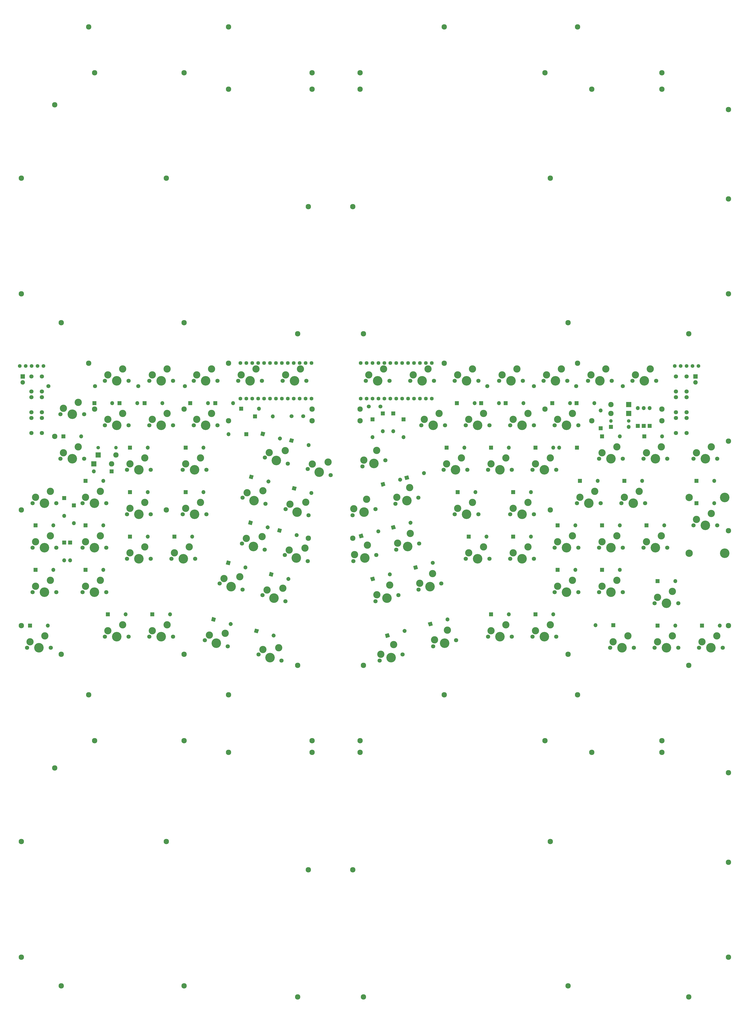
<source format=gbr>
%TF.GenerationSoftware,KiCad,Pcbnew,(5.1.6-0-10_14)*%
%TF.CreationDate,2020-09-04T13:20:55+09:00*%
%TF.ProjectId,Right,52696768-742e-46b6-9963-61645f706362,rev?*%
%TF.SameCoordinates,Original*%
%TF.FileFunction,Soldermask,Top*%
%TF.FilePolarity,Negative*%
%FSLAX46Y46*%
G04 Gerber Fmt 4.6, Leading zero omitted, Abs format (unit mm)*
G04 Created by KiCad (PCBNEW (5.1.6-0-10_14)) date 2020-09-04 13:20:55*
%MOMM*%
%LPD*%
G01*
G04 APERTURE LIST*
%ADD10C,1.624000*%
%ADD11C,1.750000*%
%ADD12C,1.800000*%
%ADD13C,1.900000*%
%ADD14R,1.900000X1.900000*%
%ADD15C,1.600000*%
%ADD16C,2.300000*%
%ADD17O,1.700000X1.700000*%
%ADD18R,1.700000X1.700000*%
%ADD19C,3.100000*%
%ADD20C,4.087800*%
%ADD21C,1.801800*%
%ADD22C,3.148000*%
%ADD23O,1.500000X1.500000*%
%ADD24C,1.500000*%
%ADD25O,2.300000X2.300000*%
%ADD26R,2.300000X2.300000*%
%ADD27C,0.100000*%
%ADD28C,1.700000*%
G04 APERTURE END LIST*
D10*
%TO.C,BPM1*%
X226365000Y-7620000D03*
X226365000Y7620000D03*
X223825000Y-7620400D03*
X221285000Y-7620400D03*
X218745000Y-7620400D03*
X216205000Y-7620400D03*
X213665000Y-7620400D03*
X211125000Y-7620400D03*
X208585000Y-7620400D03*
X206045000Y-7620400D03*
X203505000Y-7620400D03*
X200965000Y-7620400D03*
X198425000Y-7620400D03*
X195885000Y-7620400D03*
X195885000Y7619600D03*
X198425000Y7619600D03*
X200965000Y7619600D03*
X203505000Y7619600D03*
X206045000Y7619600D03*
X208585000Y7619600D03*
X211125000Y7619600D03*
X213665000Y7619600D03*
X216205000Y7619600D03*
X218745000Y7619600D03*
X221285000Y7619600D03*
X223825000Y7619600D03*
%TD*%
%TO.C,BPM2*%
X247385000Y7620000D03*
X247385000Y-7620000D03*
X249925000Y7620400D03*
X252465000Y7620400D03*
X255005000Y7620400D03*
X257545000Y7620400D03*
X260085000Y7620400D03*
X262625000Y7620400D03*
X265165000Y7620400D03*
X267705000Y7620400D03*
X270245000Y7620400D03*
X272785000Y7620400D03*
X275325000Y7620400D03*
X277865000Y7620400D03*
X277865000Y-7619600D03*
X275325000Y-7619600D03*
X272785000Y-7619600D03*
X270245000Y-7619600D03*
X267705000Y-7619600D03*
X265165000Y-7619600D03*
X262625000Y-7619600D03*
X260085000Y-7619600D03*
X257545000Y-7619600D03*
X255005000Y-7619600D03*
X252465000Y-7619600D03*
X249925000Y-7619600D03*
%TD*%
D11*
%TO.C,U1*%
X152100000Y-2290000D03*
X172100000Y-2290000D03*
%TD*%
%TO.C,U2*%
X113570000Y-2290000D03*
X133570000Y-2290000D03*
%TD*%
%TO.C,U4*%
X321660000Y-2290000D03*
X301660000Y-2290000D03*
%TD*%
%TO.C,U3*%
X359760000Y-2290000D03*
X339760000Y-2290000D03*
%TD*%
D12*
%TO.C,SW1005*%
X387085000Y-15875000D03*
X387085000Y-22375000D03*
X382585000Y-15875000D03*
X382585000Y-22375000D03*
%TD*%
%TO.C,SW1004*%
X387085000Y-6985000D03*
X387085000Y-13485000D03*
X382585000Y-6985000D03*
X382585000Y-13485000D03*
%TD*%
%TO.C,SW1003*%
X387085000Y1905000D03*
X387085000Y-4595000D03*
X382585000Y1905000D03*
X382585000Y-4595000D03*
%TD*%
%TO.C,SW1002*%
X110795000Y1905000D03*
X110795000Y-4595000D03*
X106295000Y1905000D03*
X106295000Y-4595000D03*
%TD*%
%TO.C,SW1001*%
X110795000Y-6985000D03*
X110795000Y-13485000D03*
X106295000Y-6985000D03*
X106295000Y-13485000D03*
%TD*%
%TO.C,SW1000*%
X110795000Y-15875000D03*
X110795000Y-22375000D03*
X106295000Y-15875000D03*
X106295000Y-22375000D03*
%TD*%
D13*
%TO.C,LED2*%
X390895000Y-635000D03*
D14*
X390895000Y1905000D03*
%TD*%
D13*
%TO.C,LED1*%
X102540000Y-635000D03*
D14*
X102540000Y1905000D03*
%TD*%
D15*
%TO.C,SWITCH1*%
X382005000Y6350000D03*
X384545000Y6350000D03*
X387085000Y6350000D03*
X389625000Y6350000D03*
X392165000Y6350000D03*
%TD*%
D16*
%TO.C,REF\u002A\u002A*%
X346445000Y-159105000D03*
%TD*%
%TO.C,REF\u002A\u002A*%
X326425000Y-154105000D03*
%TD*%
%TO.C,REF\u002A\u002A*%
X247162500Y-159105000D03*
%TD*%
%TO.C,REF\u002A\u002A*%
X376512500Y-159105000D03*
%TD*%
%TO.C,REF\u002A\u002A*%
X376512500Y-154105000D03*
%TD*%
%TO.C,REF\u002A\u002A*%
X171700000Y-154105000D03*
%TD*%
%TO.C,REF\u002A\u002A*%
X226587500Y-159105000D03*
%TD*%
%TO.C,REF\u002A\u002A*%
X190805000Y-159105000D03*
%TD*%
%TO.C,REF\u002A\u002A*%
X133350000Y-154105000D03*
%TD*%
%TO.C,REF\u002A\u002A*%
X116287500Y118187500D03*
%TD*%
D17*
%TO.C,D61*%
X261355000Y-21590000D03*
D18*
X261355000Y-13970000D03*
%TD*%
D16*
%TO.C,REF\u002A\u002A*%
X226587500Y124895000D03*
%TD*%
%TO.C,REF\u002A\u002A*%
X226587500Y131895000D03*
%TD*%
%TO.C,REF\u002A\u002A*%
X190805000Y151525000D03*
%TD*%
%TO.C,REF\u002A\u002A*%
X130810000Y151525000D03*
%TD*%
%TO.C,REF\u002A\u002A*%
X133350000Y131895000D03*
%TD*%
%TO.C,REF\u002A\u002A*%
X102000000Y86755000D03*
%TD*%
%TO.C,REF\u002A\u002A*%
X102000000Y37225000D03*
%TD*%
%TO.C,REF\u002A\u002A*%
X119050000Y24937500D03*
%TD*%
%TO.C,REF\u002A\u002A*%
X171755000Y24937500D03*
%TD*%
%TO.C,REF\u002A\u002A*%
X220393243Y20175000D03*
%TD*%
%TO.C,REF\u002A\u002A*%
X164135000Y86755000D03*
%TD*%
%TO.C,REF\u002A\u002A*%
X171700000Y131895000D03*
%TD*%
%TO.C,REF\u002A\u002A*%
X190805000Y124895000D03*
%TD*%
%TO.C,REF\u002A\u002A*%
X224948358Y74601757D03*
%TD*%
%TO.C,REF\u002A\u002A*%
X116287500Y-165812500D03*
%TD*%
D19*
%TO.C,SW0*%
X126352500Y-9207500D03*
X120002500Y-11747500D03*
D20*
X123812500Y-14287500D03*
D21*
X128892500Y-14287500D03*
X118732500Y-14287500D03*
%TD*%
D16*
%TO.C,REF\u002A\u002A*%
X116287500Y-23812500D03*
%TD*%
%TO.C,REF\u002A\u002A*%
X226587500Y-154105000D03*
%TD*%
%TO.C,REF\u002A\u002A*%
X190805000Y-134475000D03*
%TD*%
%TO.C,REF\u002A\u002A*%
X130810000Y-134475000D03*
%TD*%
%TO.C,REF\u002A\u002A*%
X102000000Y-197245000D03*
%TD*%
%TO.C,REF\u002A\u002A*%
X102000000Y-246775000D03*
%TD*%
%TO.C,REF\u002A\u002A*%
X119050000Y-259062500D03*
%TD*%
%TO.C,REF\u002A\u002A*%
X171755000Y-259062500D03*
%TD*%
%TO.C,REF\u002A\u002A*%
X220393243Y-263825000D03*
%TD*%
%TO.C,REF\u002A\u002A*%
X164135000Y-197245000D03*
%TD*%
%TO.C,REF\u002A\u002A*%
X224948358Y-209398243D03*
%TD*%
%TO.C,REF\u002A\u002A*%
X224948358Y-67398243D03*
%TD*%
%TO.C,REF\u002A\u002A*%
X190805000Y-17105000D03*
%TD*%
%TO.C,REF\u002A\u002A*%
X171700000Y-12105000D03*
%TD*%
%TO.C,REF\u002A\u002A*%
X164135000Y-55245000D03*
%TD*%
%TO.C,REF\u002A\u002A*%
X220393243Y-121825000D03*
%TD*%
%TO.C,REF\u002A\u002A*%
X171755000Y-117062500D03*
%TD*%
%TO.C,REF\u002A\u002A*%
X119050000Y-117062500D03*
%TD*%
%TO.C,REF\u002A\u002A*%
X102000000Y-104775000D03*
%TD*%
%TO.C,REF\u002A\u002A*%
X102000000Y-55245000D03*
%TD*%
%TO.C,REF\u002A\u002A*%
X133350000Y-12105000D03*
%TD*%
%TO.C,REF\u002A\u002A*%
X130810000Y7525000D03*
%TD*%
%TO.C,REF\u002A\u002A*%
X190805000Y7525000D03*
%TD*%
%TO.C,REF\u002A\u002A*%
X226587500Y-12105000D03*
%TD*%
%TO.C,REF\u002A\u002A*%
X226587500Y-17105000D03*
%TD*%
D20*
%TO.C,REF\u002A\u002A*%
X403436000Y-73850500D03*
X403436000Y-49974500D03*
D22*
X388196000Y-49974500D03*
X388196000Y-73850500D03*
%TD*%
D19*
%TO.C,SW43*%
X173977500Y-71120000D03*
X167627500Y-73660000D03*
D20*
X171437500Y-76200000D03*
D21*
X176517500Y-76200000D03*
X166357500Y-76200000D03*
%TD*%
D23*
%TO.C,R1*%
X142545000Y-28575000D03*
D24*
X134925000Y-28575000D03*
%TD*%
D25*
%TO.C,DD1*%
X142545000Y-31750000D03*
D26*
X134925000Y-31750000D03*
%TD*%
%TO.C,DD2*%
X133020000Y-35560000D03*
D25*
X140640000Y-35560000D03*
%TD*%
D19*
%TO.C,SW14*%
X215043108Y-29901919D03*
X208252079Y-30711870D03*
D20*
X211274856Y-34151422D03*
D21*
X216181759Y-35466223D03*
X206367953Y-32836621D03*
%TD*%
D19*
%TO.C,SW13*%
X183502500Y-13970000D03*
X177152500Y-16510000D03*
D20*
X180962500Y-19050000D03*
D21*
X186042500Y-19050000D03*
X175882500Y-19050000D03*
%TD*%
D19*
%TO.C,SW42*%
X154927500Y-71120000D03*
X148577500Y-73660000D03*
D20*
X152387500Y-76200000D03*
D21*
X157467500Y-76200000D03*
X147307500Y-76200000D03*
%TD*%
D19*
%TO.C,SW41*%
X135877500Y-85407500D03*
X129527500Y-87947500D03*
D20*
X133337500Y-90487500D03*
D21*
X138417500Y-90487500D03*
X128257500Y-90487500D03*
%TD*%
D19*
%TO.C,SW40*%
X114446000Y-85407500D03*
X108096000Y-87947500D03*
D20*
X111906000Y-90487500D03*
D21*
X116986000Y-90487500D03*
X106826000Y-90487500D03*
%TD*%
%TO.C,D45*%
G36*
G01*
X215608404Y-84617621D02*
X215608404Y-84617621D01*
G75*
G02*
X216649437Y-84016580I821037J-219996D01*
G01*
X216649437Y-84016580D01*
G75*
G02*
X217250478Y-85057613I-219996J-821037D01*
G01*
X217250478Y-85057613D01*
G75*
G02*
X216209445Y-85658654I-821037J219996D01*
G01*
X216209445Y-85658654D01*
G75*
G02*
X215608404Y-84617621I219996J821037D01*
G01*
G37*
D27*
G36*
X208028053Y-83466457D02*
G01*
X208468045Y-81824383D01*
X210110119Y-82264375D01*
X209670127Y-83906449D01*
X208028053Y-83466457D01*
G37*
%TD*%
%TO.C,D44*%
G36*
G01*
X197207517Y-79687118D02*
X197207517Y-79687118D01*
G75*
G02*
X198248550Y-79086077I821037J-219996D01*
G01*
X198248550Y-79086077D01*
G75*
G02*
X198849591Y-80127110I-219996J-821037D01*
G01*
X198849591Y-80127110D01*
G75*
G02*
X197808558Y-80728151I-821037J219996D01*
G01*
X197808558Y-80728151D01*
G75*
G02*
X197207517Y-79687118I219996J821037D01*
G01*
G37*
G36*
X189627166Y-78535954D02*
G01*
X190067158Y-76893880D01*
X191709232Y-77333872D01*
X191269240Y-78975946D01*
X189627166Y-78535954D01*
G37*
%TD*%
D17*
%TO.C,D43*%
X175247500Y-66675000D03*
D18*
X167627500Y-66675000D03*
%TD*%
D17*
%TO.C,D41*%
X137147500Y-80962500D03*
D18*
X129527500Y-80962500D03*
%TD*%
D17*
%TO.C,D40*%
X115716000Y-80962500D03*
D18*
X108096000Y-80962500D03*
%TD*%
%TO.C,D22*%
X148577500Y-28575000D03*
D17*
X156197500Y-28575000D03*
%TD*%
D19*
%TO.C,SW22*%
X154927500Y-33020000D03*
X148577500Y-35560000D03*
D20*
X152387500Y-38100000D03*
D21*
X157467500Y-38100000D03*
X147307500Y-38100000D03*
%TD*%
D19*
%TO.C,SW51*%
X145402500Y-104457500D03*
X139052500Y-106997500D03*
D20*
X142862500Y-109537500D03*
D21*
X147942500Y-109537500D03*
X137782500Y-109537500D03*
%TD*%
D18*
%TO.C,D30*%
X108096000Y-61912500D03*
D17*
X115716000Y-61912500D03*
%TD*%
D19*
%TO.C,SW11*%
X145402500Y-13970000D03*
X139052500Y-16510000D03*
D20*
X142862500Y-19050000D03*
D21*
X147942500Y-19050000D03*
X137782500Y-19050000D03*
%TD*%
D19*
%TO.C,SW50*%
X112065000Y-109220000D03*
X105715000Y-111760000D03*
D20*
X109525000Y-114300000D03*
D21*
X114605000Y-114300000D03*
X104445000Y-114300000D03*
%TD*%
D19*
%TO.C,SW23*%
X178740000Y-33020000D03*
X172390000Y-35560000D03*
D20*
X176200000Y-38100000D03*
D21*
X181280000Y-38100000D03*
X171120000Y-38100000D03*
%TD*%
D18*
%TO.C,D51*%
X139052500Y-100012500D03*
D17*
X146672500Y-100012500D03*
%TD*%
D19*
%TO.C,SW32*%
X154927500Y-52070000D03*
X148577500Y-54610000D03*
D20*
X152387500Y-57150000D03*
D21*
X157467500Y-57150000D03*
X147307500Y-57150000D03*
%TD*%
D27*
%TO.C,D35*%
G36*
X211578967Y-64701041D02*
G01*
X212018959Y-63058967D01*
X213661033Y-63498959D01*
X213221041Y-65141033D01*
X211578967Y-64701041D01*
G37*
G36*
G01*
X219159318Y-65852205D02*
X219159318Y-65852205D01*
G75*
G02*
X220200351Y-65251164I821037J-219996D01*
G01*
X220200351Y-65251164D01*
G75*
G02*
X220801392Y-66292197I-219996J-821037D01*
G01*
X220801392Y-66292197D01*
G75*
G02*
X219760359Y-66893238I-821037J219996D01*
G01*
X219760359Y-66893238D01*
G75*
G02*
X219159318Y-65852205I219996J821037D01*
G01*
G37*
%TD*%
D19*
%TO.C,SW21*%
X135877500Y-47307500D03*
X129527500Y-49847500D03*
D20*
X133337500Y-52387500D03*
D21*
X138417500Y-52387500D03*
X128257500Y-52387500D03*
%TD*%
D19*
%TO.C,SW33*%
X178740000Y-52070000D03*
X172390000Y-54610000D03*
D20*
X176200000Y-57150000D03*
D21*
X181280000Y-57150000D03*
X171120000Y-57150000D03*
%TD*%
D19*
%TO.C,SW31*%
X135877500Y-66357500D03*
X129527500Y-68897500D03*
D20*
X133337500Y-71437500D03*
D21*
X138417500Y-71437500D03*
X128257500Y-71437500D03*
%TD*%
D19*
%TO.C,SW10*%
X126352500Y-28257500D03*
X120002500Y-30797500D03*
D20*
X123812500Y-33337500D03*
D21*
X128892500Y-33337500D03*
X118732500Y-33337500D03*
%TD*%
D18*
%TO.C,D20*%
X120320000Y-50165000D03*
D17*
X120320000Y-57785000D03*
%TD*%
%TO.C,D52*%
X165722500Y-100012500D03*
D18*
X158102500Y-100012500D03*
%TD*%
%TO.C,D32*%
X148577500Y-47625000D03*
D17*
X156197500Y-47625000D03*
%TD*%
%TO.C,D4*%
X203822500Y-11906250D03*
D18*
X196202500Y-11906250D03*
%TD*%
D27*
%TO.C,D53*%
G36*
X183301759Y-102769689D02*
G01*
X183741751Y-101127615D01*
X185383825Y-101567607D01*
X184943833Y-103209681D01*
X183301759Y-102769689D01*
G37*
G36*
G01*
X190882110Y-103920853D02*
X190882110Y-103920853D01*
G75*
G02*
X191923143Y-103319812I821037J-219996D01*
G01*
X191923143Y-103319812D01*
G75*
G02*
X192524184Y-104360845I-219996J-821037D01*
G01*
X192524184Y-104360845D01*
G75*
G02*
X191483151Y-104961886I-821037J219996D01*
G01*
X191483151Y-104961886D01*
G75*
G02*
X190882110Y-103920853I219996J821037D01*
G01*
G37*
%TD*%
D18*
%TO.C,D33*%
X172390000Y-47625000D03*
D17*
X180010000Y-47625000D03*
%TD*%
D18*
%TO.C,D23*%
X172390000Y-28575000D03*
D17*
X180010000Y-28575000D03*
%TD*%
%TO.C,D13*%
X190805000Y-22860000D03*
D18*
X198425000Y-22860000D03*
%TD*%
D17*
%TO.C,D3*%
X192710000Y-9525000D03*
D18*
X185090000Y-9525000D03*
%TD*%
D27*
%TO.C,D54*%
G36*
X201702163Y-107700062D02*
G01*
X202142155Y-106057988D01*
X203784229Y-106497980D01*
X203344237Y-108140054D01*
X201702163Y-107700062D01*
G37*
G36*
G01*
X209282514Y-108851226D02*
X209282514Y-108851226D01*
G75*
G02*
X210323547Y-108250185I821037J-219996D01*
G01*
X210323547Y-108250185D01*
G75*
G02*
X210924588Y-109291218I-219996J-821037D01*
G01*
X210924588Y-109291218D01*
G75*
G02*
X209883555Y-109892259I-821037J219996D01*
G01*
X209883555Y-109892259D01*
G75*
G02*
X209282514Y-108851226I219996J821037D01*
G01*
G37*
%TD*%
%TO.C,D14*%
G36*
G01*
X211999026Y-24484457D02*
X211999026Y-24484457D01*
G75*
G02*
X213040059Y-23883416I821037J-219996D01*
G01*
X213040059Y-23883416D01*
G75*
G02*
X213641100Y-24924449I-219996J-821037D01*
G01*
X213641100Y-24924449D01*
G75*
G02*
X212600067Y-25525490I-821037J219996D01*
G01*
X212600067Y-25525490D01*
G75*
G02*
X211999026Y-24484457I219996J821037D01*
G01*
G37*
G36*
X204418675Y-23333293D02*
G01*
X204858667Y-21691219D01*
X206500741Y-22131211D01*
X206060749Y-23773285D01*
X204418675Y-23333293D01*
G37*
%TD*%
D19*
%TO.C,SW30*%
X114446000Y-66357500D03*
X108096000Y-68897500D03*
D20*
X111906000Y-71437500D03*
D21*
X116986000Y-71437500D03*
X106826000Y-71437500D03*
%TD*%
D19*
%TO.C,SW20*%
X114446000Y-47307500D03*
X108096000Y-49847500D03*
D20*
X111906000Y-52387500D03*
D21*
X116986000Y-52387500D03*
X106826000Y-52387500D03*
%TD*%
D17*
%TO.C,D12*%
X181994375Y-9525000D03*
D18*
X174374375Y-9525000D03*
%TD*%
D19*
%TO.C,SW3*%
X183502500Y5080000D03*
X177152500Y2540000D03*
D20*
X180962500Y0D03*
D21*
X186042500Y0D03*
X175882500Y0D03*
%TD*%
D19*
%TO.C,SW52*%
X164452500Y-104457500D03*
X158102500Y-106997500D03*
D20*
X161912500Y-109537500D03*
D21*
X166992500Y-109537500D03*
X156832500Y-109537500D03*
%TD*%
D17*
%TO.C,D2*%
X162388750Y-9525000D03*
D18*
X154768750Y-9525000D03*
%TD*%
D27*
%TO.C,D25*%
G36*
X217889059Y-46664683D02*
G01*
X218329051Y-45022609D01*
X219971125Y-45462601D01*
X219531133Y-47104675D01*
X217889059Y-46664683D01*
G37*
G36*
G01*
X225469410Y-47815847D02*
X225469410Y-47815847D01*
G75*
G02*
X226510443Y-47214806I821037J-219996D01*
G01*
X226510443Y-47214806D01*
G75*
G02*
X227111484Y-48255839I-219996J-821037D01*
G01*
X227111484Y-48255839D01*
G75*
G02*
X226070451Y-48856880I-821037J219996D01*
G01*
X226070451Y-48856880D01*
G75*
G02*
X225469410Y-47815847I219996J821037D01*
G01*
G37*
%TD*%
%TO.C,D15*%
G36*
X216718967Y-26161041D02*
G01*
X217158959Y-24518967D01*
X218801033Y-24958959D01*
X218361041Y-26601033D01*
X216718967Y-26161041D01*
G37*
G36*
G01*
X224299318Y-27312205D02*
X224299318Y-27312205D01*
G75*
G02*
X225340351Y-26711164I821037J-219996D01*
G01*
X225340351Y-26711164D01*
G75*
G02*
X225941392Y-27752197I-219996J-821037D01*
G01*
X225941392Y-27752197D01*
G75*
G02*
X224900359Y-28353238I-821037J219996D01*
G01*
X224900359Y-28353238D01*
G75*
G02*
X224299318Y-27312205I219996J821037D01*
G01*
G37*
%TD*%
D17*
%TO.C,D5*%
X209728000Y-15240000D03*
D18*
X202108000Y-15240000D03*
%TD*%
D27*
%TO.C,D34*%
G36*
X199157891Y-61367693D02*
G01*
X199597883Y-59725619D01*
X201239957Y-60165611D01*
X200799965Y-61807685D01*
X199157891Y-61367693D01*
G37*
G36*
G01*
X206738242Y-62518857D02*
X206738242Y-62518857D01*
G75*
G02*
X207779275Y-61917816I821037J-219996D01*
G01*
X207779275Y-61917816D01*
G75*
G02*
X208380316Y-62958849I-219996J-821037D01*
G01*
X208380316Y-62958849D01*
G75*
G02*
X207339283Y-63559890I-821037J219996D01*
G01*
X207339283Y-63559890D01*
G75*
G02*
X206738242Y-62518857I219996J821037D01*
G01*
G37*
%TD*%
%TO.C,D24*%
G36*
X199488172Y-41734180D02*
G01*
X199928164Y-40092106D01*
X201570238Y-40532098D01*
X201130246Y-42174172D01*
X199488172Y-41734180D01*
G37*
G36*
G01*
X207068523Y-42885344D02*
X207068523Y-42885344D01*
G75*
G02*
X208109556Y-42284303I821037J-219996D01*
G01*
X208109556Y-42284303D01*
G75*
G02*
X208710597Y-43325336I-219996J-821037D01*
G01*
X208710597Y-43325336D01*
G75*
G02*
X207669564Y-43926377I-821037J219996D01*
G01*
X207669564Y-43926377D01*
G75*
G02*
X207068523Y-42885344I219996J821037D01*
G01*
G37*
%TD*%
D17*
%TO.C,D0*%
X133020000Y-38735000D03*
D18*
X140640000Y-38735000D03*
%TD*%
D28*
%TO.C,C1*%
X217758200Y-15189200D03*
X222758200Y-15189200D03*
%TD*%
D18*
%TO.C,D10*%
X120002500Y-23812500D03*
D17*
X127622500Y-23812500D03*
%TD*%
%TO.C,D11*%
X151673125Y-9525000D03*
D18*
X144053125Y-9525000D03*
%TD*%
D17*
%TO.C,D1*%
X140957500Y-9525000D03*
D18*
X133337500Y-9525000D03*
%TD*%
%TO.C,D50*%
X105714700Y-104775000D03*
D17*
X113334700Y-104775000D03*
%TD*%
D18*
%TO.C,D31*%
X129527500Y-61912500D03*
D17*
X137147500Y-61912500D03*
%TD*%
D18*
%TO.C,D21*%
X129527500Y-42862500D03*
D17*
X137147500Y-42862500D03*
%TD*%
D19*
%TO.C,SW44*%
X195651377Y-83871954D03*
X188860348Y-84681905D03*
D20*
X191883125Y-88121457D03*
D21*
X196790028Y-89436258D03*
X186976222Y-86806656D03*
%TD*%
D19*
%TO.C,SW45*%
X214052264Y-88802457D03*
X207261235Y-89612408D03*
D20*
X210284012Y-93051960D03*
D21*
X215190915Y-94366761D03*
X205377109Y-91737159D03*
%TD*%
D17*
%TO.C,D42*%
X156197500Y-66675000D03*
D18*
X148577500Y-66675000D03*
%TD*%
D19*
%TO.C,SW24*%
X205512383Y-47070180D03*
X198721354Y-47880131D03*
D20*
X201744131Y-51319683D03*
D21*
X206651034Y-52634484D03*
X196837228Y-50004882D03*
%TD*%
D18*
%TO.C,D1000*%
X124460000Y-53340000D03*
D17*
X124460000Y-60960000D03*
%TD*%
D19*
%TO.C,SW35*%
X223582989Y-71634196D03*
X216791960Y-72444147D03*
D20*
X219814737Y-75883699D03*
D21*
X224721640Y-77198500D03*
X214907834Y-74568898D03*
%TD*%
D19*
%TO.C,SW2*%
X164452500Y5080000D03*
X158102500Y2540000D03*
D20*
X161912500Y0D03*
D21*
X166992500Y0D03*
X156832500Y0D03*
%TD*%
D19*
%TO.C,SW25*%
X223913270Y-52000683D03*
X217122241Y-52810634D03*
D20*
X220145018Y-56250186D03*
D21*
X225051921Y-57564987D03*
X215238115Y-54935385D03*
%TD*%
D19*
%TO.C,SW4*%
X202552500Y5080000D03*
X196202500Y2540000D03*
D20*
X200012500Y0D03*
D21*
X205092500Y0D03*
X194932500Y0D03*
%TD*%
D19*
%TO.C,SW34*%
X205182102Y-66703693D03*
X198391073Y-67513644D03*
D20*
X201413850Y-70953196D03*
D21*
X206320753Y-72267997D03*
X196506947Y-69638395D03*
%TD*%
D19*
%TO.C,SW15*%
X233443995Y-34832422D03*
X226652966Y-35642373D03*
D20*
X229675743Y-39081925D03*
D21*
X234582646Y-40396726D03*
X224768840Y-37767124D03*
%TD*%
D19*
%TO.C,SW54*%
X212326596Y-114268688D03*
X205535567Y-115078639D03*
D20*
X208558344Y-118518191D03*
D21*
X213465247Y-119832992D03*
X203651441Y-117203390D03*
%TD*%
D19*
%TO.C,SW12*%
X164452500Y-13970000D03*
X158102500Y-16510000D03*
D20*
X161912500Y-19050000D03*
D21*
X166992500Y-19050000D03*
X156832500Y-19050000D03*
%TD*%
D18*
%TO.C,D1002*%
X122860000Y-69215000D03*
D17*
X122860000Y-76835000D03*
%TD*%
D18*
%TO.C,D1001*%
X120320000Y-69215000D03*
D17*
X120320000Y-76835000D03*
%TD*%
D19*
%TO.C,SW53*%
X189325970Y-108105689D03*
X182534941Y-108915640D03*
D20*
X185557718Y-112355192D03*
D21*
X190464621Y-113669993D03*
X180650815Y-111040391D03*
%TD*%
D19*
%TO.C,SW5*%
X221602500Y5080000D03*
X215252500Y2540000D03*
D20*
X219062500Y0D03*
D21*
X224142500Y0D03*
X213982500Y0D03*
%TD*%
D15*
%TO.C,SWITCH0*%
X101270000Y6350000D03*
X103810000Y6350000D03*
X106350000Y6350000D03*
X108890000Y6350000D03*
X111430000Y6350000D03*
%TD*%
D19*
%TO.C,SW1*%
X145402500Y5080000D03*
X139052500Y2540000D03*
D20*
X142862500Y0D03*
D21*
X147942500Y0D03*
X137782500Y0D03*
%TD*%
D17*
%TO.C,D73*%
X337131660Y-9525000D03*
D18*
X329511660Y-9525000D03*
%TD*%
D17*
%TO.C,D64*%
X347573880Y-9525000D03*
D18*
X339953880Y-9525000D03*
%TD*%
D16*
%TO.C,REF\u002A\u002A*%
X247162500Y124895000D03*
%TD*%
%TO.C,REF\u002A\u002A*%
X328665000Y86755000D03*
%TD*%
%TO.C,REF\u002A\u002A*%
X346445000Y124895000D03*
%TD*%
%TO.C,REF\u002A\u002A*%
X336285000Y24937500D03*
%TD*%
%TO.C,REF\u002A\u002A*%
X376512500Y131895000D03*
%TD*%
%TO.C,REF\u002A\u002A*%
X376512500Y124895000D03*
%TD*%
%TO.C,REF\u002A\u002A*%
X283262500Y151525000D03*
%TD*%
%TO.C,REF\u002A\u002A*%
X326425000Y131895000D03*
%TD*%
%TO.C,REF\u002A\u002A*%
X248594257Y20175000D03*
%TD*%
%TO.C,REF\u002A\u002A*%
X247162500Y131895000D03*
%TD*%
%TO.C,REF\u002A\u002A*%
X388037500Y20175000D03*
%TD*%
%TO.C,REF\u002A\u002A*%
X405087500Y77865000D03*
%TD*%
%TO.C,REF\u002A\u002A*%
X244039142Y74601757D03*
%TD*%
%TO.C,REF\u002A\u002A*%
X405087500Y37225000D03*
%TD*%
%TO.C,REF\u002A\u002A*%
X405087500Y116187500D03*
%TD*%
%TO.C,REF\u002A\u002A*%
X340412500Y151525000D03*
%TD*%
%TO.C,REF\u002A\u002A*%
X328665000Y-197245000D03*
%TD*%
%TO.C,REF\u002A\u002A*%
X336285000Y-259062500D03*
%TD*%
%TO.C,REF\u002A\u002A*%
X283262500Y-134475000D03*
%TD*%
%TO.C,REF\u002A\u002A*%
X248594257Y-263825000D03*
%TD*%
%TO.C,REF\u002A\u002A*%
X247162500Y-154105000D03*
%TD*%
%TO.C,REF\u002A\u002A*%
X388037500Y-263825000D03*
%TD*%
%TO.C,REF\u002A\u002A*%
X405087500Y-206135000D03*
%TD*%
%TO.C,REF\u002A\u002A*%
X244039142Y-209398243D03*
%TD*%
%TO.C,REF\u002A\u002A*%
X405087500Y-246775000D03*
%TD*%
%TO.C,REF\u002A\u002A*%
X405087500Y-167812500D03*
%TD*%
%TO.C,REF\u002A\u002A*%
X340412500Y-134475000D03*
%TD*%
%TO.C,REF\u002A\u002A*%
X247162500Y-17105000D03*
%TD*%
%TO.C,REF\u002A\u002A*%
X247162500Y-12105000D03*
%TD*%
%TO.C,REF\u002A\u002A*%
X283262500Y7525000D03*
%TD*%
%TO.C,REF\u002A\u002A*%
X340412500Y7525000D03*
%TD*%
%TO.C,REF\u002A\u002A*%
X376512500Y-17105000D03*
%TD*%
%TO.C,REF\u002A\u002A*%
X376512500Y-12105000D03*
%TD*%
%TO.C,REF\u002A\u002A*%
X326425000Y-12105000D03*
%TD*%
%TO.C,REF\u002A\u002A*%
X346445000Y-17105000D03*
%TD*%
%TO.C,REF\u002A\u002A*%
X244039142Y-67398243D03*
%TD*%
%TO.C,REF\u002A\u002A*%
X405087500Y-25812500D03*
%TD*%
%TO.C,REF\u002A\u002A*%
X405087500Y-64135000D03*
%TD*%
%TO.C,REF\u002A\u002A*%
X328665000Y-55245000D03*
%TD*%
%TO.C,REF\u002A\u002A*%
X405087500Y-104775000D03*
%TD*%
%TO.C,REF\u002A\u002A*%
X388037500Y-121825000D03*
%TD*%
%TO.C,REF\u002A\u002A*%
X336285000Y-117062500D03*
%TD*%
%TO.C,REF\u002A\u002A*%
X248594257Y-121825000D03*
%TD*%
D19*
%TO.C,SW70*%
X254251074Y-29819744D03*
X248774845Y-33916697D03*
D20*
X253112423Y-35384048D03*
D21*
X258019326Y-34069247D03*
X248205520Y-36698849D03*
%TD*%
D19*
%TO.C,SW77*%
X397721000Y-28257500D03*
X391371000Y-30797500D03*
D20*
X395181000Y-33337500D03*
D21*
X400261000Y-33337500D03*
X390101000Y-33337500D03*
%TD*%
D17*
%TO.C,D77*%
X398991000Y-42862500D03*
D18*
X391371000Y-42862500D03*
%TD*%
D17*
%TO.C,D66*%
X362320000Y-19685000D03*
D18*
X354700000Y-19685000D03*
%TD*%
D25*
%TO.C,DD4*%
X354700000Y-13970000D03*
D26*
X362320000Y-13970000D03*
%TD*%
D25*
%TO.C,DD3*%
X354700000Y-10160000D03*
D26*
X362320000Y-10160000D03*
%TD*%
D19*
%TO.C,SW66*%
X371527500Y5080000D03*
X365177500Y2540000D03*
D20*
X368987500Y0D03*
D21*
X374067500Y0D03*
X363907500Y0D03*
%TD*%
D19*
%TO.C,SW114*%
X362002500Y-109220000D03*
X355652500Y-111760000D03*
D20*
X359462500Y-114300000D03*
D21*
X364542500Y-114300000D03*
X354382500Y-114300000D03*
%TD*%
D23*
%TO.C,R2*%
X354700000Y-17145000D03*
D24*
X362320000Y-17145000D03*
%TD*%
D17*
%TO.C,D1005*%
X371267000Y-11710000D03*
D18*
X371267000Y-19330000D03*
%TD*%
D17*
%TO.C,D1004*%
X368727000Y-11710000D03*
D18*
X368727000Y-19330000D03*
%TD*%
D17*
%TO.C,D1003*%
X366187000Y-11710000D03*
D18*
X366187000Y-19330000D03*
%TD*%
%TO.C,D81*%
G36*
G01*
X273729318Y-39737795D02*
X273729318Y-39737795D01*
G75*
G02*
X274330359Y-38696762I821037J219996D01*
G01*
X274330359Y-38696762D01*
G75*
G02*
X275371392Y-39297803I219996J-821037D01*
G01*
X275371392Y-39297803D01*
G75*
G02*
X274770351Y-40338836I-821037J-219996D01*
G01*
X274770351Y-40338836D01*
G75*
G02*
X273729318Y-39737795I-219996J821037D01*
G01*
G37*
D27*
G36*
X266588959Y-42531033D02*
G01*
X266148967Y-40888959D01*
X267791041Y-40448967D01*
X268231033Y-42091041D01*
X266588959Y-42531033D01*
G37*
%TD*%
%TO.C,D80*%
G36*
G01*
X263516816Y-42548387D02*
X263516816Y-42548387D01*
G75*
G02*
X264117857Y-41507354I821037J219996D01*
G01*
X264117857Y-41507354D01*
G75*
G02*
X265158890Y-42108395I219996J-821037D01*
G01*
X265158890Y-42108395D01*
G75*
G02*
X264557849Y-43149428I-821037J-219996D01*
G01*
X264557849Y-43149428D01*
G75*
G02*
X263516816Y-42548387I-219996J821037D01*
G01*
G37*
G36*
X256376457Y-45341625D02*
G01*
X255936465Y-43699551D01*
X257578539Y-43259559D01*
X258018531Y-44901633D01*
X256376457Y-45341625D01*
G37*
%TD*%
D18*
%TO.C,D71*%
X256910000Y-13970000D03*
D17*
X256910000Y-21590000D03*
%TD*%
D19*
%TO.C,SW111*%
X284568433Y-106790888D03*
X279092204Y-110887841D03*
D20*
X283429782Y-112355192D03*
D21*
X288336685Y-111040391D03*
X278522879Y-113669993D03*
%TD*%
D19*
%TO.C,SW113*%
X328665000Y-104457500D03*
X322315000Y-106997500D03*
D20*
X326125000Y-109537500D03*
D21*
X331205000Y-109537500D03*
X321045000Y-109537500D03*
%TD*%
D17*
%TO.C,D74*%
X332475000Y-28575000D03*
D18*
X340095000Y-28575000D03*
%TD*%
D17*
%TO.C,D72*%
X306722220Y-9525000D03*
D18*
X299102220Y-9525000D03*
%TD*%
D17*
%TO.C,D63*%
X317164440Y-9525000D03*
D18*
X309544440Y-9525000D03*
%TD*%
D17*
%TO.C,D62*%
X296280000Y-9525000D03*
D18*
X288660000Y-9525000D03*
%TD*%
D17*
%TO.C,D60*%
X265800000Y-24130000D03*
D18*
X265800000Y-16510000D03*
%TD*%
D19*
%TO.C,SW91*%
X268712301Y-65388892D03*
X263236072Y-69485845D03*
D20*
X267573650Y-70953196D03*
D21*
X272480553Y-69638395D03*
X262666747Y-72267997D03*
%TD*%
D19*
%TO.C,SW116*%
X400102500Y-109220000D03*
X393752500Y-111760000D03*
D20*
X397562500Y-114300000D03*
D21*
X402642500Y-114300000D03*
X392482500Y-114300000D03*
%TD*%
D19*
%TO.C,SW115*%
X381052500Y-109220000D03*
X374702500Y-111760000D03*
D20*
X378512500Y-114300000D03*
D21*
X383592500Y-114300000D03*
X373432500Y-114300000D03*
%TD*%
D19*
%TO.C,SW112*%
X309615000Y-104457500D03*
X303265000Y-106997500D03*
D20*
X307075000Y-109537500D03*
D21*
X312155000Y-109537500D03*
X301995000Y-109537500D03*
%TD*%
D19*
%TO.C,SW110*%
X261567807Y-112953887D03*
X256091578Y-117050840D03*
D20*
X260429156Y-118518191D03*
D21*
X265336059Y-117203390D03*
X255522253Y-119832992D03*
%TD*%
D19*
%TO.C,SW106*%
X381052500Y-90170000D03*
X374702500Y-92710000D03*
D20*
X378512500Y-95250000D03*
D21*
X383592500Y-95250000D03*
X373432500Y-95250000D03*
%TD*%
D19*
%TO.C,SW105*%
X357240000Y-85407500D03*
X350890000Y-87947500D03*
D20*
X354700000Y-90487500D03*
D21*
X359780000Y-90487500D03*
X349620000Y-90487500D03*
%TD*%
D19*
%TO.C,SW104*%
X338190000Y-85407500D03*
X331840000Y-87947500D03*
D20*
X335650000Y-90487500D03*
D21*
X340730000Y-90487500D03*
X330570000Y-90487500D03*
%TD*%
D19*
%TO.C,SW103*%
X319140000Y-71120000D03*
X312790000Y-73660000D03*
D20*
X316600000Y-76200000D03*
D21*
X321680000Y-76200000D03*
X311520000Y-76200000D03*
%TD*%
D19*
%TO.C,SW102*%
X300090000Y-71120000D03*
X293740000Y-73660000D03*
D20*
X297550000Y-76200000D03*
D21*
X302630000Y-76200000D03*
X292470000Y-76200000D03*
%TD*%
D19*
%TO.C,SW101*%
X278243026Y-82557153D03*
X272766797Y-86654106D03*
D20*
X277104375Y-88121457D03*
D21*
X282011278Y-86806656D03*
X272197472Y-89436258D03*
%TD*%
D19*
%TO.C,SW100*%
X259842139Y-87487656D03*
X254365910Y-91584609D03*
D20*
X258703488Y-93051960D03*
D21*
X263610391Y-91737159D03*
X253796585Y-94366761D03*
%TD*%
D19*
%TO.C,SW96*%
X376290000Y-66357500D03*
X369940000Y-68897500D03*
D20*
X373750000Y-71437500D03*
D21*
X378830000Y-71437500D03*
X368670000Y-71437500D03*
%TD*%
D19*
%TO.C,SW95*%
X357240000Y-66357500D03*
X350890000Y-68897500D03*
D20*
X354700000Y-71437500D03*
D21*
X359780000Y-71437500D03*
X349620000Y-71437500D03*
%TD*%
D19*
%TO.C,SW94*%
X338190000Y-66357500D03*
X331840000Y-68897500D03*
D20*
X335650000Y-71437500D03*
D21*
X340730000Y-71437500D03*
X330570000Y-71437500D03*
%TD*%
D19*
%TO.C,SW93*%
X319140000Y-52070000D03*
X312790000Y-54610000D03*
D20*
X316600000Y-57150000D03*
D21*
X321680000Y-57150000D03*
X311520000Y-57150000D03*
%TD*%
D19*
%TO.C,SW92*%
X295327500Y-52070000D03*
X288977500Y-54610000D03*
D20*
X292787500Y-57150000D03*
D21*
X297867500Y-57150000D03*
X287707500Y-57150000D03*
%TD*%
D19*
%TO.C,SW90*%
X250311414Y-70319395D03*
X244835185Y-74416348D03*
D20*
X249172763Y-75883699D03*
D21*
X254079666Y-74568898D03*
X244265860Y-77198500D03*
%TD*%
D19*
%TO.C,SW87*%
X397721000Y-56832500D03*
X391371000Y-59372500D03*
D20*
X395181000Y-61912500D03*
D21*
X400261000Y-61912500D03*
X390101000Y-61912500D03*
%TD*%
D19*
%TO.C,SW86*%
X366765000Y-47307500D03*
X360415000Y-49847500D03*
D20*
X364225000Y-52387500D03*
D21*
X369305000Y-52387500D03*
X359145000Y-52387500D03*
%TD*%
D19*
%TO.C,SW85*%
X347715000Y-47307500D03*
X341365000Y-49847500D03*
D20*
X345175000Y-52387500D03*
D21*
X350255000Y-52387500D03*
X340095000Y-52387500D03*
%TD*%
D19*
%TO.C,SW84*%
X328665000Y-33020000D03*
X322315000Y-35560000D03*
D20*
X326125000Y-38100000D03*
D21*
X331205000Y-38100000D03*
X321045000Y-38100000D03*
%TD*%
D19*
%TO.C,SW83*%
X309615000Y-33020000D03*
X303265000Y-35560000D03*
D20*
X307075000Y-38100000D03*
D21*
X312155000Y-38100000D03*
X301995000Y-38100000D03*
%TD*%
D19*
%TO.C,SW82*%
X290565000Y-33020000D03*
X284215000Y-35560000D03*
D20*
X288025000Y-38100000D03*
D21*
X293105000Y-38100000D03*
X282945000Y-38100000D03*
%TD*%
D19*
%TO.C,SW81*%
X268382020Y-45755379D03*
X262905791Y-49852332D03*
D20*
X267243369Y-51319683D03*
D21*
X272150272Y-50004882D03*
X262336466Y-52634484D03*
%TD*%
D19*
%TO.C,SW80*%
X249981133Y-50685882D03*
X244504904Y-54782835D03*
D20*
X248842482Y-56250186D03*
D21*
X253749385Y-54935385D03*
X243935579Y-57564987D03*
%TD*%
D19*
%TO.C,SW76*%
X376290000Y-28257500D03*
X369940000Y-30797500D03*
D20*
X373750000Y-33337500D03*
D21*
X378830000Y-33337500D03*
X368670000Y-33337500D03*
%TD*%
D19*
%TO.C,SW75*%
X357240000Y-28257500D03*
X350890000Y-30797500D03*
D20*
X354700000Y-33337500D03*
D21*
X359780000Y-33337500D03*
X349620000Y-33337500D03*
%TD*%
D19*
%TO.C,SW74*%
X338190000Y-13970000D03*
X331840000Y-16510000D03*
D20*
X335650000Y-19050000D03*
D21*
X340730000Y-19050000D03*
X330570000Y-19050000D03*
%TD*%
D19*
%TO.C,SW73*%
X319140000Y-13970000D03*
X312790000Y-16510000D03*
D20*
X316600000Y-19050000D03*
D21*
X321680000Y-19050000D03*
X311520000Y-19050000D03*
%TD*%
D19*
%TO.C,SW72*%
X300090000Y-13970000D03*
X293740000Y-16510000D03*
D20*
X297550000Y-19050000D03*
D21*
X302630000Y-19050000D03*
X292470000Y-19050000D03*
%TD*%
D19*
%TO.C,SW71*%
X281040000Y-13970000D03*
X274690000Y-16510000D03*
D20*
X278500000Y-19050000D03*
D21*
X283580000Y-19050000D03*
X273420000Y-19050000D03*
%TD*%
D19*
%TO.C,SW65*%
X352477500Y5080000D03*
X346127500Y2540000D03*
D20*
X349937500Y0D03*
D21*
X355017500Y0D03*
X344857500Y0D03*
%TD*%
D19*
%TO.C,SW64*%
X333427500Y5080000D03*
X327077500Y2540000D03*
D20*
X330887500Y0D03*
D21*
X335967500Y0D03*
X325807500Y0D03*
%TD*%
D19*
%TO.C,SW63*%
X314377500Y5080000D03*
X308027500Y2540000D03*
D20*
X311837500Y0D03*
D21*
X316917500Y0D03*
X306757500Y0D03*
%TD*%
D19*
%TO.C,SW62*%
X295327500Y5080000D03*
X288977500Y2540000D03*
D20*
X292787500Y0D03*
D21*
X297867500Y0D03*
X287707500Y0D03*
%TD*%
D19*
%TO.C,SW61*%
X276277500Y5080000D03*
X269927500Y2540000D03*
D20*
X273737500Y0D03*
D21*
X278817500Y0D03*
X268657500Y0D03*
%TD*%
D19*
%TO.C,SW60*%
X257227500Y5080000D03*
X250877500Y2540000D03*
D20*
X254687500Y0D03*
D21*
X259767500Y0D03*
X249607500Y0D03*
%TD*%
D17*
%TO.C,D116*%
X401372500Y-104775000D03*
D18*
X393752500Y-104775000D03*
%TD*%
D17*
%TO.C,D115*%
X382322500Y-104775000D03*
D18*
X374702500Y-104775000D03*
%TD*%
D17*
%TO.C,D114*%
X348060000Y-104617500D03*
D18*
X355680000Y-104617500D03*
%TD*%
D17*
%TO.C,D113*%
X329935000Y-100012500D03*
D18*
X322315000Y-100012500D03*
%TD*%
D17*
%TO.C,D112*%
X310885000Y-100012500D03*
D18*
X303265000Y-100012500D03*
%TD*%
%TO.C,D111*%
G36*
G01*
X283823672Y-102388645D02*
X283823672Y-102388645D01*
G75*
G02*
X284424713Y-101347612I821037J219996D01*
G01*
X284424713Y-101347612D01*
G75*
G02*
X285465746Y-101948653I219996J-821037D01*
G01*
X285465746Y-101948653D01*
G75*
G02*
X284864705Y-102989686I-821037J-219996D01*
G01*
X284864705Y-102989686D01*
G75*
G02*
X283823672Y-102388645I-219996J821037D01*
G01*
G37*
D27*
G36*
X276683313Y-105181883D02*
G01*
X276243321Y-103539809D01*
X277885395Y-103099817D01*
X278325387Y-104741891D01*
X276683313Y-105181883D01*
G37*
%TD*%
%TO.C,D110*%
G36*
G01*
X265423268Y-107319018D02*
X265423268Y-107319018D01*
G75*
G02*
X266024309Y-106277985I821037J219996D01*
G01*
X266024309Y-106277985D01*
G75*
G02*
X267065342Y-106879026I219996J-821037D01*
G01*
X267065342Y-106879026D01*
G75*
G02*
X266464301Y-107920059I-821037J-219996D01*
G01*
X266464301Y-107920059D01*
G75*
G02*
X265423268Y-107319018I-219996J821037D01*
G01*
G37*
G36*
X258282909Y-110112256D02*
G01*
X257842917Y-108470182D01*
X259484991Y-108030190D01*
X259924983Y-109672264D01*
X258282909Y-110112256D01*
G37*
%TD*%
D17*
%TO.C,D106*%
X382322500Y-85725000D03*
D18*
X374702500Y-85725000D03*
%TD*%
D17*
%TO.C,D105*%
X358510000Y-80962500D03*
D18*
X350890000Y-80962500D03*
%TD*%
D17*
%TO.C,D104*%
X339460000Y-80962500D03*
D18*
X331840000Y-80962500D03*
%TD*%
D17*
%TO.C,D103*%
X320410000Y-66675000D03*
D18*
X312790000Y-66675000D03*
%TD*%
D17*
%TO.C,D102*%
X301360000Y-66675000D03*
D18*
X293740000Y-66675000D03*
%TD*%
%TO.C,D101*%
G36*
G01*
X277498265Y-78154910D02*
X277498265Y-78154910D01*
G75*
G02*
X278099306Y-77113877I821037J219996D01*
G01*
X278099306Y-77113877D01*
G75*
G02*
X279140339Y-77714918I219996J-821037D01*
G01*
X279140339Y-77714918D01*
G75*
G02*
X278539298Y-78755951I-821037J-219996D01*
G01*
X278539298Y-78755951D01*
G75*
G02*
X277498265Y-78154910I-219996J821037D01*
G01*
G37*
D27*
G36*
X270357906Y-80948148D02*
G01*
X269917914Y-79306074D01*
X271559988Y-78866082D01*
X271999980Y-80508156D01*
X270357906Y-80948148D01*
G37*
%TD*%
%TO.C,D100*%
G36*
G01*
X259097378Y-83085413D02*
X259097378Y-83085413D01*
G75*
G02*
X259698419Y-82044380I821037J219996D01*
G01*
X259698419Y-82044380D01*
G75*
G02*
X260739452Y-82645421I219996J-821037D01*
G01*
X260739452Y-82645421D01*
G75*
G02*
X260138411Y-83686454I-821037J-219996D01*
G01*
X260138411Y-83686454D01*
G75*
G02*
X259097378Y-83085413I-219996J821037D01*
G01*
G37*
G36*
X251957019Y-85878651D02*
G01*
X251517027Y-84236577D01*
X253159101Y-83796585D01*
X253599093Y-85438659D01*
X251957019Y-85878651D01*
G37*
%TD*%
D17*
%TO.C,D96*%
X377560000Y-61912500D03*
D18*
X369940000Y-61912500D03*
%TD*%
D17*
%TO.C,D95*%
X358510000Y-61912500D03*
D18*
X350890000Y-61912500D03*
%TD*%
D17*
%TO.C,D94*%
X339460000Y-61912500D03*
D18*
X331840000Y-61912500D03*
%TD*%
D17*
%TO.C,D93*%
X320410000Y-47625000D03*
D18*
X312790000Y-47625000D03*
%TD*%
D17*
%TO.C,D92*%
X296597500Y-47625000D03*
D18*
X288977500Y-47625000D03*
%TD*%
%TO.C,D91*%
G36*
G01*
X267967540Y-60986649D02*
X267967540Y-60986649D01*
G75*
G02*
X268568581Y-59945616I821037J219996D01*
G01*
X268568581Y-59945616D01*
G75*
G02*
X269609614Y-60546657I219996J-821037D01*
G01*
X269609614Y-60546657D01*
G75*
G02*
X269008573Y-61587690I-821037J-219996D01*
G01*
X269008573Y-61587690D01*
G75*
G02*
X267967540Y-60986649I-219996J821037D01*
G01*
G37*
D27*
G36*
X260827181Y-63779887D02*
G01*
X260387189Y-62137813D01*
X262029263Y-61697821D01*
X262469255Y-63339895D01*
X260827181Y-63779887D01*
G37*
%TD*%
%TO.C,D90*%
G36*
G01*
X254166875Y-64684526D02*
X254166875Y-64684526D01*
G75*
G02*
X254767916Y-63643493I821037J219996D01*
G01*
X254767916Y-63643493D01*
G75*
G02*
X255808949Y-64244534I219996J-821037D01*
G01*
X255808949Y-64244534D01*
G75*
G02*
X255207908Y-65285567I-821037J-219996D01*
G01*
X255207908Y-65285567D01*
G75*
G02*
X254166875Y-64684526I-219996J821037D01*
G01*
G37*
G36*
X247026516Y-67477764D02*
G01*
X246586524Y-65835690D01*
X248228598Y-65395698D01*
X248668590Y-67037772D01*
X247026516Y-67477764D01*
G37*
%TD*%
D17*
%TO.C,D87*%
X398991000Y-52387500D03*
D18*
X391371000Y-52387500D03*
%TD*%
D17*
%TO.C,D86*%
X368035000Y-42862500D03*
D18*
X360415000Y-42862500D03*
%TD*%
D17*
%TO.C,D85*%
X348985000Y-42862500D03*
D18*
X341365000Y-42862500D03*
%TD*%
D17*
%TO.C,D84*%
X329935000Y-28575000D03*
D18*
X322315000Y-28575000D03*
%TD*%
D17*
%TO.C,D83*%
X310885000Y-28575000D03*
D18*
X303265000Y-28575000D03*
%TD*%
D17*
%TO.C,D82*%
X291835000Y-28575000D03*
D18*
X284215000Y-28575000D03*
%TD*%
D17*
%TO.C,D76*%
X376620000Y-23812500D03*
D18*
X369000000Y-23812500D03*
%TD*%
D17*
%TO.C,D75*%
X358510000Y-23812500D03*
D18*
X350890000Y-23812500D03*
%TD*%
D17*
%TO.C,D70*%
X252465000Y-24130000D03*
D18*
X252465000Y-16510000D03*
%TD*%
D17*
%TO.C,D65*%
X350255000Y-12700000D03*
D18*
X350255000Y-20320000D03*
%TD*%
D28*
%TO.C,C2*%
X255870000Y-11000000D03*
X250870000Y-11000000D03*
%TD*%
M02*

</source>
